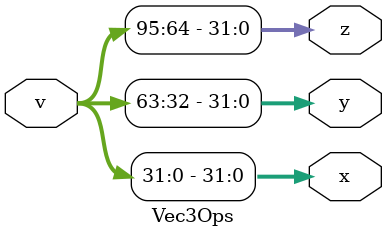
<source format=sv>

module Vec3Ops (
    input [95:0] v,
    output [31:0] x,
    output [31:0] y,
    output [31:0] z
);

    assign x = v[31:0];
    assign y = v[63:32];
    assign z = v[95:64];

endmodule

</source>
